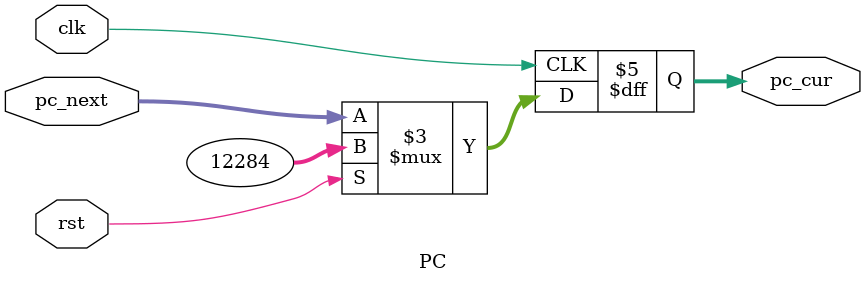
<source format=v>
`timescale 1ns / 1ps

module PC (
    input clk,
    input rst,
    input [31:0] pc_next,
    output reg [31:0] pc_cur
);
    always @(posedge clk) begin
        if (rst)
            pc_cur <= 32'h2ffc;
        else
            pc_cur <= pc_next;
    end
endmodule
</source>
